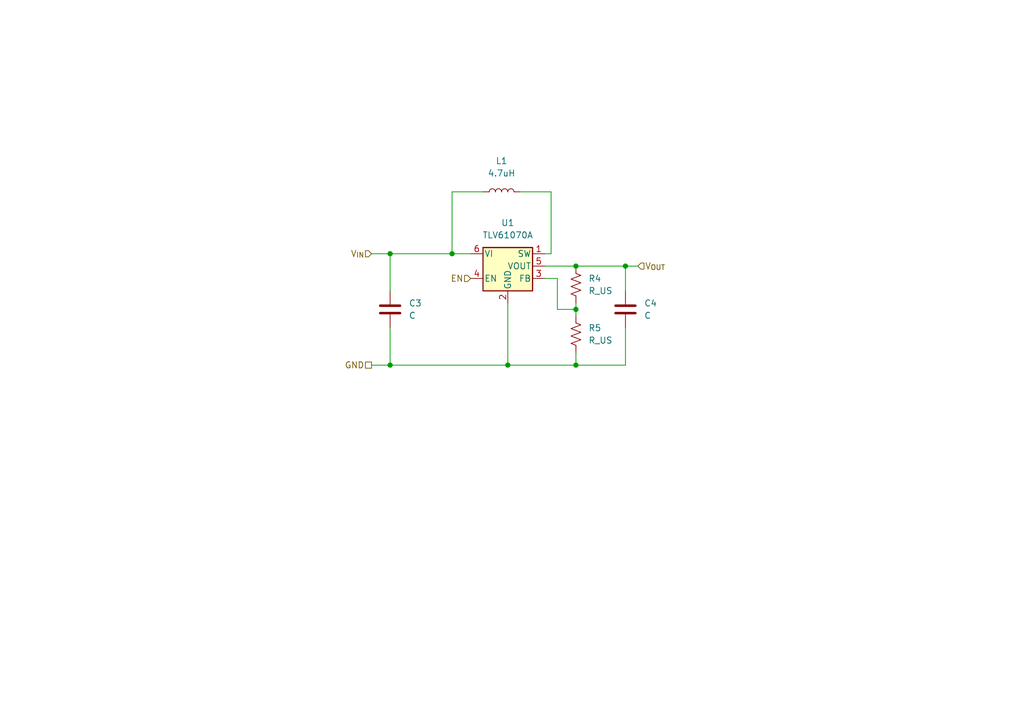
<source format=kicad_sch>
(kicad_sch (version 20211123) (generator eeschema)
  (paper "A5")
  (lib_symbols
    (symbol "Device:C" (pin_numbers hide) (pin_names (offset 0.254))
      (property "Reference" "C" (at 0.635 2.54 0))
      (property "Value" "C" (at 0.635 -2.54 0))
      (symbol "C_0_1"
        (polyline (pts (xy -2.032 -0.762) (xy 2.032 -0.762)) (stroke (width 0.508)))
        (polyline (pts (xy -2.032 0.762) (xy 2.032 0.762)) (stroke (width 0.508)))
      )
      (symbol "C_1_1"
        (pin passive line (at 0 3.81 270) (length 2.794) (name "~") (number "1"))
        (pin passive line (at 0 -3.81 90) (length 2.794) (name "~") (number "2"))
      )
    )
    (symbol "Device:L" (pin_numbers hide) (pin_names (offset 1.016) hide)
      (property "Reference" "L" (at -1.27 0 90))
      (property "Value" "L" (at 1.905 0 90))
      (symbol "L_0_1"
        (arc (start 0 -2.54) (mid 0.635 -1.905) (end 0 -1.27))
        (arc (start 0 -1.27) (mid 0.635 -0.635) (end 0 0))
        (arc (start 0 0) (mid 0.635 0.635) (end 0 1.27))
        (arc (start 0 1.27) (mid 0.635 1.905) (end 0 2.54))
      )
      (symbol "L_1_1"
        (pin passive line (at 0 3.81 270) (length 1.27) (name "1") (number "1"))
        (pin passive line (at 0 -3.81 90) (length 1.27) (name "2") (number "2"))
      )
    )
    (symbol "Device:R_US" (pin_numbers hide) (pin_names (offset 0))
      (property "Reference" "R" (at 2.54 0 90))
      (property "Value" "R_US" (at -2.54 0 90))
      (symbol "R_US_0_1"
        (polyline (pts (xy 0 -2.286) (xy 0 -2.54)))
        (polyline (pts (xy 0 2.286) (xy 0 2.54)))
        (polyline (pts (xy 0 -0.762) (xy 1.016 -1.143) (xy 0 -1.524) (xy -1.016 -1.905) (xy 0 -2.286)))
        (polyline (pts (xy 0 0.762) (xy 1.016 0.381) (xy 0 0) (xy -1.016 -0.381) (xy 0 -0.762)))
        (polyline (pts (xy 0 2.286) (xy 1.016 1.905) (xy 0 1.524) (xy -1.016 1.143) (xy 0 0.762)))
      )
      (symbol "R_US_1_1"
        (pin passive line (at 0 3.81 270) (length 1.27) (name "~") (number "1"))
        (pin passive line (at 0 -3.81 90) (length 1.27) (name "~") (number "2"))
      )
    )
    (symbol "Regulator_Switching:TLV61046ADB" (pin_names (offset 0.254))
      (property "Reference" "U" (at -5.08 7.62 0))
      (property "Value" "TLV61046ADB" (at 0 7.62 0))
      (symbol "TLV61046ADB_0_1"
        (rectangle (start -5.08 6.35) (end 5.08 -2.54) (stroke (width 0.254)) (fill (type background)))
      )
      (symbol "TLV61046ADB_1_1"
        (pin power_in line (at 7.62 5.08 180) (length 2.54) (name "SW") (number "1"))
        (pin power_in line (at 0 -5.08 90) (length 2.54) (name "GND") (number "2"))
        (pin input line (at 7.62 0 180) (length 2.54) (name "FB") (number "3"))
        (pin input line (at -7.62 0 0) (length 2.54) (name "EN") (number "4"))
        (pin power_out line (at 7.62 2.54 180) (length 2.54) (name "VOUT") (number "5"))
        (pin power_in line (at -7.62 5.08 0) (length 2.54) (name "VI") (number "6"))
      )
    )
  )
  (junction (at 80.01 74.93))
  (junction (at 92.71 52.07))
  (junction (at 118.11 54.61))
  (junction (at 118.11 63.5))
  (junction (at 104.14 74.93))
  (junction (at 118.11 74.93))
  (junction (at 128.27 54.61))
  (junction (at 80.01 52.07))
  (wire (pts (xy 111.76 54.61) (xy 118.11 54.61)))
  (wire (pts (xy 114.3 63.5) (xy 114.3 57.15)))
  (wire (pts (xy 118.11 54.61) (xy 128.27 54.61)))
  (wire (pts (xy 92.71 52.07) (xy 96.52 52.07)))
  (wire (pts (xy 118.11 74.93) (xy 104.14 74.93)))
  (wire (pts (xy 128.27 67.31) (xy 128.27 74.93)))
  (wire (pts (xy 80.01 52.07) (xy 92.71 52.07)))
  (wire (pts (xy 104.14 74.93) (xy 80.01 74.93)))
  (wire (pts (xy 99.06 39.37) (xy 92.71 39.37)))
  (wire (pts (xy 118.11 62.23) (xy 118.11 63.5)))
  (wire (pts (xy 118.11 63.5) (xy 114.3 63.5)))
  (wire (pts (xy 118.11 72.39) (xy 118.11 74.93)))
  (wire (pts (xy 80.01 52.07) (xy 80.01 59.69)))
  (wire (pts (xy 106.68 39.37) (xy 113.03 39.37)))
  (wire (pts (xy 76.2 52.07) (xy 80.01 52.07)))
  (wire (pts (xy 128.27 54.61) (xy 128.27 59.69)))
  (wire (pts (xy 113.03 52.07) (xy 111.76 52.07)))
  (wire (pts (xy 104.14 62.23) (xy 104.14 74.93)))
  (wire (pts (xy 128.27 74.93) (xy 118.11 74.93)))
  (wire (pts (xy 92.71 39.37) (xy 92.71 52.07)))
  (wire (pts (xy 76.2 74.93) (xy 80.01 74.93)))
  (wire (pts (xy 80.01 74.93) (xy 80.01 67.31)))
  (wire (pts (xy 111.76 57.15) (xy 114.3 57.15)))
  (wire (pts (xy 113.03 39.37) (xy 113.03 52.07)))
  (wire (pts (xy 128.27 54.61) (xy 130.81 54.61)))
  (wire (pts (xy 118.11 63.5) (xy 118.11 64.77)))
  (hierarchical_label "EN" (shape input) (at 96.52 57.15 180))
  (hierarchical_label "GND" (shape passive) (at 76.2 74.93 180))
  (hierarchical_label "V_{OUT}" (shape input) (at 130.81 54.61 0))
  (hierarchical_label "V_{IN}" (shape input) (at 76.2 52.07 180))
  (symbol (lib_id "Regulator_Switching:TLV61046ADB") (at 104.14 57.15 0) (unit 1)
    (property "Reference" "U1" (at 104.14 45.72 0))
    (property "Value" "TLV61070A" (at 104.14 48.26 0))
    (property "Footprint" "Package_TO_SOT_SMD:SOT-23-6" (effects hide))
    (property "Datasheet" "https://www.ti.com/lit/ds/symlink/tlv61070a.pdf?HQS=dis-mous-null-mousermode-dsf-pf-null-wwe&ts=1675200685697&ref_url=https%253A%252F%252Fwww.mouser.com%252F" (effects hide))
  )
  (symbol (lib_id "Device:C") (at 80.01 63.5 0) (unit 1)
    (property "Reference" "C3" (at 83.82 62.2299 0) (effects (justify left)))
    (property "Value" "C" (at 83.82 64.7699 0) (effects (justify left)))
    (property "Footprint" "Capacitor_SMD:C_0603_1608Metric" (effects hide))
  )
  (symbol (lib_id "Device:R_US") (at 118.11 58.42 0) (unit 1)
    (property "Reference" "R4" (at 120.65 57.1499 0) (effects (justify left)))
    (property "Value" "R_US" (at 120.65 59.6899 0) (effects (justify left)))
    (property "Footprint" "Resistor_SMD:R_0603_1608Metric" (effects hide))
  )
  (symbol (lib_id "Device:C") (at 128.27 63.5 0) (unit 1)
    (property "Reference" "C4" (at 132.08 62.2299 0) (effects (justify left)))
    (property "Value" "C" (at 132.08 64.7699 0) (effects (justify left)))
    (property "Footprint" "Capacitor_SMD:C_0603_1608Metric" (effects hide))
  )
  (symbol (lib_id "Device:L") (at 102.87 39.37 90) (unit 1)
    (property "Reference" "L1" (at 102.87 33.02 90))
    (property "Value" "4.7uH" (at 102.87 35.56 90))
    (property "Footprint" "Inductor_SMD:L_Coilcraft_LPS4018" (effects hide))
  )
  (symbol (lib_id "Device:R_US") (at 118.11 68.58 0) (unit 1)
    (property "Reference" "R5" (at 120.65 67.3099 0) (effects (justify left)))
    (property "Value" "R_US" (at 120.65 69.8499 0) (effects (justify left)))
    (property "Footprint" "Resistor_SMD:R_0603_1608Metric" (effects hide))
  )
)
</source>
